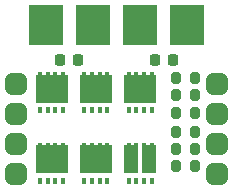
<source format=gbr>
%TF.GenerationSoftware,KiCad,Pcbnew,7.0.2-6a45011f42~172~ubuntu22.04.1*%
%TF.CreationDate,2023-05-29T23:07:21+12:00*%
%TF.ProjectId,THE_BRAWN-20A_POWER,5448455f-4252-4415-974e-2d3230415f50,v2.0*%
%TF.SameCoordinates,Original*%
%TF.FileFunction,Soldermask,Bot*%
%TF.FilePolarity,Negative*%
%FSLAX46Y46*%
G04 Gerber Fmt 4.6, Leading zero omitted, Abs format (unit mm)*
G04 Created by KiCad (PCBNEW 7.0.2-6a45011f42~172~ubuntu22.04.1) date 2023-05-29 23:07:21*
%MOMM*%
%LPD*%
G01*
G04 APERTURE LIST*
G04 Aperture macros list*
%AMRoundRect*
0 Rectangle with rounded corners*
0 $1 Rounding radius*
0 $2 $3 $4 $5 $6 $7 $8 $9 X,Y pos of 4 corners*
0 Add a 4 corners polygon primitive as box body*
4,1,4,$2,$3,$4,$5,$6,$7,$8,$9,$2,$3,0*
0 Add four circle primitives for the rounded corners*
1,1,$1+$1,$2,$3*
1,1,$1+$1,$4,$5*
1,1,$1+$1,$6,$7*
1,1,$1+$1,$8,$9*
0 Add four rect primitives between the rounded corners*
20,1,$1+$1,$2,$3,$4,$5,0*
20,1,$1+$1,$4,$5,$6,$7,0*
20,1,$1+$1,$6,$7,$8,$9,0*
20,1,$1+$1,$8,$9,$2,$3,0*%
G04 Aperture macros list end*
%ADD10RoundRect,0.450000X-0.450000X-0.450000X0.450000X-0.450000X0.450000X0.450000X-0.450000X0.450000X0*%
%ADD11C,2.000000*%
%ADD12R,3.000000X3.500000*%
%ADD13RoundRect,0.200000X0.200000X0.275000X-0.200000X0.275000X-0.200000X-0.275000X0.200000X-0.275000X0*%
%ADD14RoundRect,0.200000X-0.200000X-0.275000X0.200000X-0.275000X0.200000X0.275000X-0.200000X0.275000X0*%
%ADD15R,0.400000X0.600000*%
%ADD16R,2.800000X2.350000*%
%ADD17RoundRect,0.225000X-0.225000X-0.250000X0.225000X-0.250000X0.225000X0.250000X-0.225000X0.250000X0*%
%ADD18R,1.300000X2.350000*%
G04 APERTURE END LIST*
D10*
%TO.C,J2*%
X137000000Y-155500000D03*
X137000000Y-158040000D03*
X137000000Y-160580000D03*
X137000000Y-163120000D03*
%TD*%
D11*
%TO.C,H4*%
X143500000Y-150500000D03*
D12*
X143500000Y-150500000D03*
%TD*%
D11*
%TO.C,H3*%
X139500000Y-150500000D03*
D12*
X139500000Y-150500000D03*
%TD*%
D11*
%TO.C,H2*%
X151500000Y-150500000D03*
D12*
X151500000Y-150500000D03*
%TD*%
D10*
%TO.C,J1*%
X154000000Y-155500000D03*
X154000000Y-158040000D03*
X154000000Y-160580000D03*
X154000000Y-163120000D03*
%TD*%
D11*
%TO.C,H1*%
X147500000Y-150500000D03*
D12*
X147500000Y-150500000D03*
%TD*%
D13*
%TO.C,R7*%
X152175000Y-155000000D03*
X150525000Y-155000000D03*
%TD*%
D14*
%TO.C,R12*%
X150525000Y-162500000D03*
X152175000Y-162500000D03*
%TD*%
D13*
%TO.C,R5*%
X152175000Y-159550000D03*
X150525000Y-159550000D03*
%TD*%
%TO.C,R9*%
X152175000Y-156475000D03*
X150525000Y-156475000D03*
%TD*%
D14*
%TO.C,R6*%
X150525000Y-161025000D03*
X152175000Y-161025000D03*
%TD*%
D15*
%TO.C,Q10*%
X142775000Y-157725000D03*
X143425000Y-157725000D03*
X144075000Y-157725000D03*
X144725000Y-157725000D03*
D16*
X143750000Y-155900000D03*
D15*
X142775000Y-154775000D03*
X143425000Y-154775000D03*
X144075000Y-154775000D03*
X144725000Y-154775000D03*
%TD*%
%TO.C,Q8*%
X139025000Y-157725000D03*
X139675000Y-157725000D03*
X140325000Y-157725000D03*
X140975000Y-157725000D03*
D16*
X140000000Y-155900000D03*
D15*
X139025000Y-154775000D03*
X139675000Y-154775000D03*
X140325000Y-154775000D03*
X140975000Y-154775000D03*
%TD*%
D13*
%TO.C,R11*%
X152175000Y-157950000D03*
X150525000Y-157950000D03*
%TD*%
D17*
%TO.C,C11*%
X148725000Y-153500000D03*
X150275000Y-153500000D03*
%TD*%
D15*
%TO.C,Q9*%
X139025000Y-163725000D03*
X139675000Y-163725000D03*
X140325000Y-163725000D03*
X140975000Y-163725000D03*
D16*
X140000000Y-161900000D03*
D15*
X139025000Y-160775000D03*
X139675000Y-160775000D03*
X140325000Y-160775000D03*
X140975000Y-160775000D03*
%TD*%
%TO.C,Q1*%
X146525000Y-157725000D03*
X147175000Y-157725000D03*
X147825000Y-157725000D03*
X148475000Y-157725000D03*
D16*
X147500000Y-155900000D03*
D15*
X146525000Y-154775000D03*
X147175000Y-154775000D03*
X147825000Y-154775000D03*
X148475000Y-154775000D03*
%TD*%
%TO.C,Q11*%
X142775000Y-163725000D03*
X143425000Y-163725000D03*
X144075000Y-163725000D03*
X144725000Y-163725000D03*
D16*
X143750000Y-161900000D03*
D15*
X142775000Y-160775000D03*
X143425000Y-160775000D03*
X144075000Y-160775000D03*
X144725000Y-160775000D03*
%TD*%
D17*
%TO.C,C13*%
X140725000Y-153500000D03*
X142275000Y-153500000D03*
%TD*%
D15*
%TO.C,Q4*%
X146525000Y-163725000D03*
X147175000Y-163725000D03*
D18*
X146725000Y-161900000D03*
D15*
X146525000Y-160775000D03*
X147175000Y-160775000D03*
X147825000Y-163725000D03*
X148475000Y-163725000D03*
D18*
X148275000Y-161900000D03*
D15*
X147825000Y-160775000D03*
X148475000Y-160775000D03*
%TD*%
M02*

</source>
